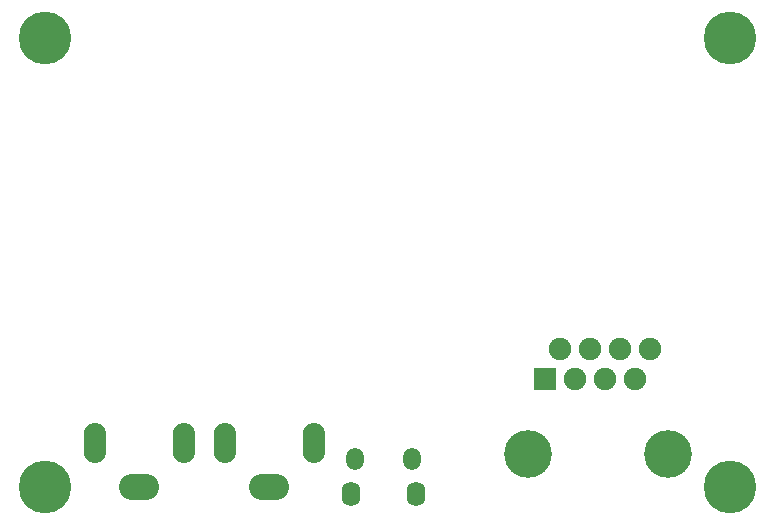
<source format=gbs>
G04 #@! TF.FileFunction,Soldermask,Bot*
%FSLAX46Y46*%
G04 Gerber Fmt 4.6, Leading zero omitted, Abs format (unit mm)*
G04 Created by KiCad (PCBNEW 4.0.2+dfsg1-stable) date Mon 01 Oct 2018 11:39:29 PM EDT*
%MOMM*%
G01*
G04 APERTURE LIST*
%ADD10C,0.100000*%
%ADD11C,4.049980*%
%ADD12R,1.901140X1.901140*%
%ADD13C,1.901140*%
%ADD14O,3.400000X2.200000*%
%ADD15O,1.900000X3.400000*%
%ADD16O,1.500000X1.900000*%
%ADD17O,1.600000X2.100000*%
%ADD18C,4.464000*%
G04 APERTURE END LIST*
D10*
D11*
X171738520Y-99200000D03*
X159869100Y-99200000D03*
D12*
X161355000Y-92850000D03*
D13*
X162625000Y-90310000D03*
X163895000Y-92850000D03*
X165165000Y-90310000D03*
X166435000Y-92850000D03*
X167705000Y-90310000D03*
X168975000Y-92850000D03*
X170245000Y-90310000D03*
D14*
X138000000Y-102000000D03*
D15*
X141750000Y-98300000D03*
X134250000Y-98300000D03*
D16*
X145255000Y-99585000D03*
X150105000Y-99585000D03*
D17*
X144955000Y-102585000D03*
X150405000Y-102585000D03*
D14*
X127000000Y-102000000D03*
D15*
X130750000Y-98300000D03*
X123250000Y-98300000D03*
D18*
X119000000Y-102000000D03*
X177000000Y-102000000D03*
X119000000Y-64000000D03*
X177000000Y-64000000D03*
M02*

</source>
